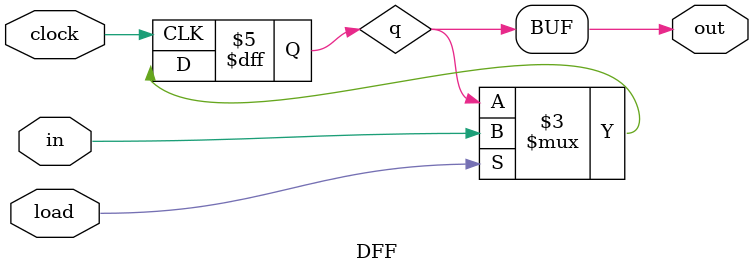
<source format=v>
module DFF (input in, clock, load, output out);
    reg q;
        assign out = q;
    always @(posedge clock) begin
        if (load) q = in;
    end
endmodule
</source>
